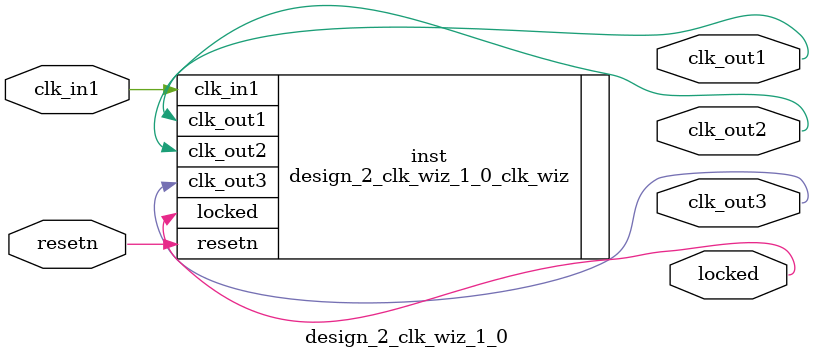
<source format=v>


`timescale 1ps/1ps

(* CORE_GENERATION_INFO = "design_2_clk_wiz_1_0,clk_wiz_v6_0_2_0_0,{component_name=design_2_clk_wiz_1_0,use_phase_alignment=true,use_min_o_jitter=false,use_max_i_jitter=false,use_dyn_phase_shift=false,use_inclk_switchover=false,use_dyn_reconfig=false,enable_axi=0,feedback_source=FDBK_AUTO,PRIMITIVE=MMCM,num_out_clk=3,clkin1_period=10.000,clkin2_period=10.000,use_power_down=false,use_reset=true,use_locked=true,use_inclk_stopped=false,feedback_type=SINGLE,CLOCK_MGR_TYPE=NA,manual_override=false}" *)

module design_2_clk_wiz_1_0 
 (
  // Clock out ports
  output        clk_out1,
  output        clk_out2,
  output        clk_out3,
  // Status and control signals
  input         resetn,
  output        locked,
 // Clock in ports
  input         clk_in1
 );

  design_2_clk_wiz_1_0_clk_wiz inst
  (
  // Clock out ports  
  .clk_out1(clk_out1),
  .clk_out2(clk_out2),
  .clk_out3(clk_out3),
  // Status and control signals               
  .resetn(resetn), 
  .locked(locked),
 // Clock in ports
  .clk_in1(clk_in1)
  );

endmodule

</source>
